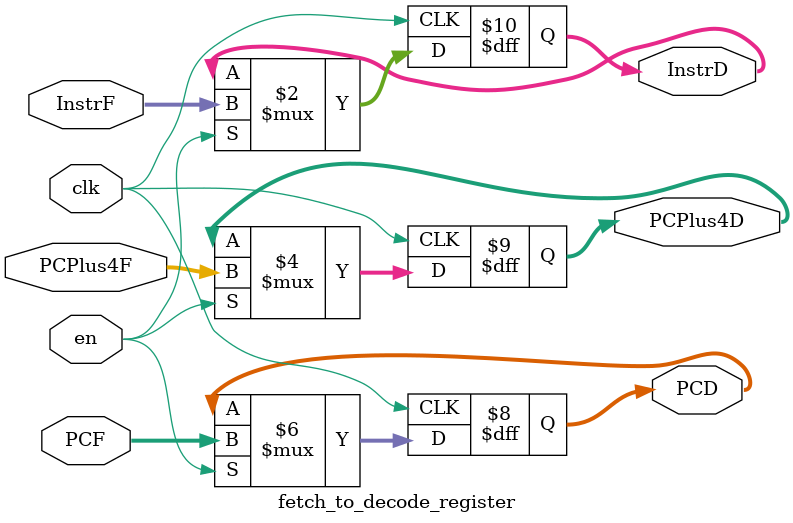
<source format=sv>
module fetch_to_decode_register(

    input logic clk,
    input logic en,
    input logic [31:0] PCF,
    input logic [31:0] PCPlus4F,
    input logic [31:0] InstrF,

    output logic [31:0] PCD,
    output logic [31:0] PCPlus4D,
    output logic [31:0] InstrD

);

    always_ff @(posedge clk) begin
        if(en) begin
            PCD      <= PCF;
            PCPlus4D <= PCPlus4F;
            InstrD   <= InstrF;
        end
    end
//fine to have no else? I think so
endmodule

</source>
